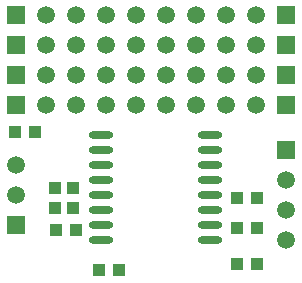
<source format=gts>
%FSLAX24Y24*%
%MOIN*%
G70*
G01*
G75*
G04 Layer_Color=8388736*
%ADD10R,0.0433X0.0394*%
%ADD11R,0.0394X0.0433*%
%ADD12O,0.0807X0.0236*%
%ADD13C,0.0150*%
%ADD14C,0.0080*%
%ADD15C,0.0100*%
%ADD16R,0.0591X0.0591*%
%ADD17C,0.0591*%
%ADD18C,0.0320*%
%ADD19R,0.1000X0.2300*%
%ADD20C,0.0236*%
%ADD21C,0.0098*%
%ADD22C,0.0079*%
%ADD23C,0.0070*%
D10*
X21815Y34350D02*
D03*
X22485D02*
D03*
X21135Y37600D02*
D03*
X20465D02*
D03*
X27865Y33200D02*
D03*
X28535D02*
D03*
X28535Y34400D02*
D03*
X27865D02*
D03*
X28535Y35400D02*
D03*
X27865D02*
D03*
X23935Y33000D02*
D03*
X23265D02*
D03*
D11*
X21800Y35735D02*
D03*
Y35065D02*
D03*
X22400Y35735D02*
D03*
Y35065D02*
D03*
D12*
X23319Y37500D02*
D03*
Y37000D02*
D03*
Y36500D02*
D03*
Y36000D02*
D03*
Y35500D02*
D03*
Y35000D02*
D03*
Y34500D02*
D03*
Y34000D02*
D03*
X26981Y37500D02*
D03*
Y37000D02*
D03*
Y36500D02*
D03*
Y36000D02*
D03*
Y35500D02*
D03*
Y35000D02*
D03*
Y34500D02*
D03*
Y34000D02*
D03*
D16*
X29500Y37000D02*
D03*
X20500Y34500D02*
D03*
X29500Y41500D02*
D03*
Y40500D02*
D03*
Y39500D02*
D03*
Y38500D02*
D03*
X20500Y40500D02*
D03*
Y39500D02*
D03*
Y38500D02*
D03*
Y41500D02*
D03*
D17*
X29500Y36000D02*
D03*
Y35000D02*
D03*
Y34000D02*
D03*
X20500Y36500D02*
D03*
Y35500D02*
D03*
X21500Y41500D02*
D03*
X22500D02*
D03*
X21500Y40500D02*
D03*
X22500D02*
D03*
Y39500D02*
D03*
X21500D02*
D03*
Y38500D02*
D03*
X22500D02*
D03*
X25500D02*
D03*
X24500D02*
D03*
Y39500D02*
D03*
X25500D02*
D03*
Y40500D02*
D03*
X24500D02*
D03*
X25500Y41500D02*
D03*
X24500D02*
D03*
X23500D02*
D03*
Y38500D02*
D03*
Y39500D02*
D03*
Y40500D02*
D03*
X28500Y38500D02*
D03*
X27500D02*
D03*
Y39500D02*
D03*
X28500D02*
D03*
Y40500D02*
D03*
X27500D02*
D03*
X28500Y41500D02*
D03*
X27500D02*
D03*
X26500D02*
D03*
Y38500D02*
D03*
Y39500D02*
D03*
Y40500D02*
D03*
M02*

</source>
